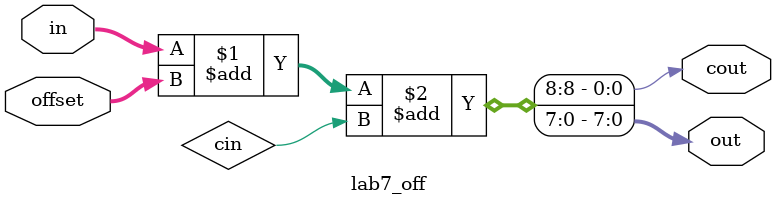
<source format=v>
module lab7_off(in, offset, out, cout);
	input [7:0] in,offset;
	output [7:0] out;
	output cout;
	wire cin;

	
	assign {cout, out} = in + offset + cin;
	
endmodule 

</source>
